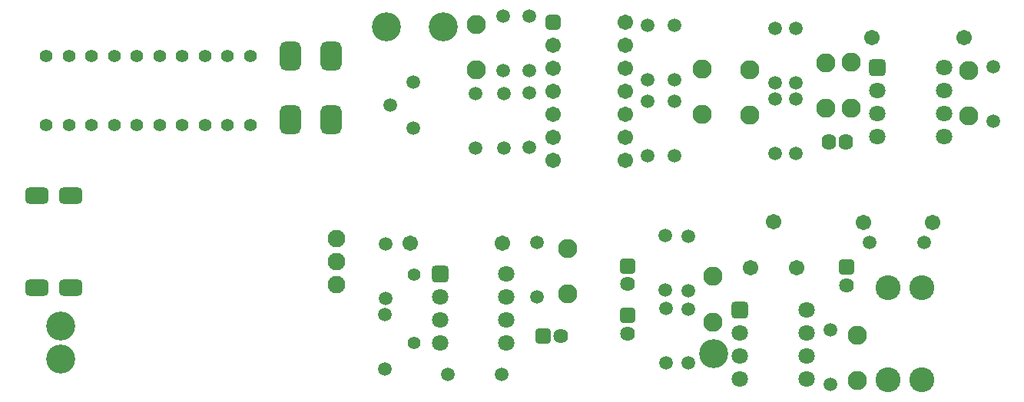
<source format=gbs>
G04*
G04 #@! TF.GenerationSoftware,Altium Limited,Altium Designer,21.4.1 (30)*
G04*
G04 Layer_Color=16711935*
%FSLAX25Y25*%
%MOIN*%
G70*
G04*
G04 #@! TF.SameCoordinates,FC640E17-02D6-4239-B4BA-C34357C3BEDB*
G04*
G04*
G04 #@! TF.FilePolarity,Negative*
G04*
G01*
G75*
%ADD44C,0.05918*%
%ADD45C,0.06706*%
%ADD46O,0.06312X0.07099*%
%ADD47C,0.12611*%
%ADD48C,0.08300*%
G04:AMPARAMS|DCode=49|XSize=70.99mil|YSize=70.99mil|CornerRadius=11.87mil|HoleSize=0mil|Usage=FLASHONLY|Rotation=0.000|XOffset=0mil|YOffset=0mil|HoleType=Round|Shape=RoundedRectangle|*
%AMROUNDEDRECTD49*
21,1,0.07099,0.04724,0,0,0.0*
21,1,0.04724,0.07099,0,0,0.0*
1,1,0.02375,0.02362,-0.02362*
1,1,0.02375,-0.02362,-0.02362*
1,1,0.02375,-0.02362,0.02362*
1,1,0.02375,0.02362,0.02362*
%
%ADD49ROUNDEDRECTD49*%
%ADD50C,0.07099*%
%ADD51C,0.06400*%
G04:AMPARAMS|DCode=52|XSize=64mil|YSize=64mil|CornerRadius=11mil|HoleSize=0mil|Usage=FLASHONLY|Rotation=270.000|XOffset=0mil|YOffset=0mil|HoleType=Round|Shape=RoundedRectangle|*
%AMROUNDEDRECTD52*
21,1,0.06400,0.04200,0,0,270.0*
21,1,0.04200,0.06400,0,0,270.0*
1,1,0.02200,-0.02100,-0.02100*
1,1,0.02200,-0.02100,0.02100*
1,1,0.02200,0.02100,0.02100*
1,1,0.02200,0.02100,-0.02100*
%
%ADD52ROUNDEDRECTD52*%
G04:AMPARAMS|DCode=54|XSize=102.49mil|YSize=70.99mil|CornerRadius=19.75mil|HoleSize=0mil|Usage=FLASHONLY|Rotation=0.000|XOffset=0mil|YOffset=0mil|HoleType=Round|Shape=RoundedRectangle|*
%AMROUNDEDRECTD54*
21,1,0.10249,0.03150,0,0,0.0*
21,1,0.06299,0.07099,0,0,0.0*
1,1,0.03950,0.03150,-0.01575*
1,1,0.03950,-0.03150,-0.01575*
1,1,0.03950,-0.03150,0.01575*
1,1,0.03950,0.03150,0.01575*
%
%ADD54ROUNDEDRECTD54*%
G04:AMPARAMS|DCode=55|XSize=67.06mil|YSize=67.06mil|CornerRadius=18.76mil|HoleSize=0mil|Usage=FLASHONLY|Rotation=0.000|XOffset=0mil|YOffset=0mil|HoleType=Round|Shape=RoundedRectangle|*
%AMROUNDEDRECTD55*
21,1,0.06706,0.02953,0,0,0.0*
21,1,0.02953,0.06706,0,0,0.0*
1,1,0.03753,0.01476,-0.01476*
1,1,0.03753,-0.01476,-0.01476*
1,1,0.03753,-0.01476,0.01476*
1,1,0.03753,0.01476,0.01476*
%
%ADD55ROUNDEDRECTD55*%
%ADD56C,0.05930*%
G04:AMPARAMS|DCode=57|XSize=64mil|YSize=64mil|CornerRadius=11mil|HoleSize=0mil|Usage=FLASHONLY|Rotation=0.000|XOffset=0mil|YOffset=0mil|HoleType=Round|Shape=RoundedRectangle|*
%AMROUNDEDRECTD57*
21,1,0.06400,0.04200,0,0,0.0*
21,1,0.04200,0.06400,0,0,0.0*
1,1,0.02200,0.02100,-0.02100*
1,1,0.02200,-0.02100,-0.02100*
1,1,0.02200,-0.02100,0.02100*
1,1,0.02200,0.02100,0.02100*
%
%ADD57ROUNDEDRECTD57*%
%ADD58C,0.05524*%
G04:AMPARAMS|DCode=59|XSize=126.11mil|YSize=90.68mil|CornerRadius=24.67mil|HoleSize=0mil|Usage=FLASHONLY|Rotation=90.000|XOffset=0mil|YOffset=0mil|HoleType=Round|Shape=RoundedRectangle|*
%AMROUNDEDRECTD59*
21,1,0.12611,0.04134,0,0,90.0*
21,1,0.07677,0.09068,0,0,90.0*
1,1,0.04934,0.02067,0.03839*
1,1,0.04934,0.02067,-0.03839*
1,1,0.04934,-0.02067,-0.03839*
1,1,0.04934,-0.02067,0.03839*
%
%ADD59ROUNDEDRECTD59*%
%ADD60C,0.07690*%
%ADD84C,0.10800*%
D44*
X367689Y71400D02*
D03*
X391311D02*
D03*
X326600Y140589D02*
D03*
Y164211D02*
D03*
X335400Y140589D02*
D03*
Y164211D02*
D03*
Y109989D02*
D03*
Y133611D02*
D03*
X326500D02*
D03*
Y109989D02*
D03*
X421200Y124089D02*
D03*
Y147711D02*
D03*
X288900Y50489D02*
D03*
Y74111D02*
D03*
Y42511D02*
D03*
Y18889D02*
D03*
X279100Y42611D02*
D03*
Y18989D02*
D03*
X278900Y74211D02*
D03*
Y50589D02*
D03*
X350400Y9600D02*
D03*
Y33222D02*
D03*
X220000Y146100D02*
D03*
Y169722D02*
D03*
X209000Y112489D02*
D03*
Y136111D02*
D03*
X208600Y146089D02*
D03*
Y169711D02*
D03*
X196500Y112489D02*
D03*
Y136111D02*
D03*
X282900Y109000D02*
D03*
Y132622D02*
D03*
X271100Y165822D02*
D03*
Y142200D02*
D03*
Y109089D02*
D03*
Y132711D02*
D03*
X282800Y142200D02*
D03*
Y165822D02*
D03*
X219800Y136222D02*
D03*
Y112600D02*
D03*
X184400Y14200D02*
D03*
X208022D02*
D03*
X223100Y71211D02*
D03*
Y47589D02*
D03*
X157200Y39911D02*
D03*
Y16289D02*
D03*
X157400Y70711D02*
D03*
Y47089D02*
D03*
D45*
X394959Y80100D02*
D03*
X364841D02*
D03*
X368500Y160500D02*
D03*
X408500D02*
D03*
X316000Y60500D02*
D03*
X326000Y80500D02*
D03*
X336000Y60500D02*
D03*
X261400Y167000D02*
D03*
Y157000D02*
D03*
Y147000D02*
D03*
Y137000D02*
D03*
Y127000D02*
D03*
Y117000D02*
D03*
Y107000D02*
D03*
X230140D02*
D03*
Y117000D02*
D03*
Y127000D02*
D03*
Y137000D02*
D03*
Y147000D02*
D03*
Y157000D02*
D03*
X168300Y71100D02*
D03*
X208300D02*
D03*
D46*
X357340Y114906D02*
D03*
X349860D02*
D03*
D47*
X182500Y165100D02*
D03*
X157900Y165000D02*
D03*
X299800Y23200D02*
D03*
X16600Y35100D02*
D03*
Y20600D02*
D03*
D48*
X348500Y129800D02*
D03*
Y149485D02*
D03*
X359600Y129858D02*
D03*
Y149542D02*
D03*
X315500Y146343D02*
D03*
Y126657D02*
D03*
X410400Y126357D02*
D03*
Y146043D02*
D03*
X299500Y36858D02*
D03*
Y56542D02*
D03*
X362300Y11457D02*
D03*
Y31143D02*
D03*
X197000Y146458D02*
D03*
Y166142D02*
D03*
X294800Y146642D02*
D03*
Y126957D02*
D03*
X236400Y68642D02*
D03*
Y48957D02*
D03*
D49*
X371000Y147500D02*
D03*
X311300Y42000D02*
D03*
X181100Y57600D02*
D03*
D50*
X371000Y137500D02*
D03*
Y127500D02*
D03*
Y117500D02*
D03*
X399800D02*
D03*
Y127500D02*
D03*
Y137500D02*
D03*
Y147500D02*
D03*
X311300Y32000D02*
D03*
Y22000D02*
D03*
Y12000D02*
D03*
X340100D02*
D03*
Y22000D02*
D03*
Y32000D02*
D03*
Y42000D02*
D03*
X181100Y47600D02*
D03*
Y37600D02*
D03*
Y27600D02*
D03*
X209900D02*
D03*
Y37600D02*
D03*
Y47600D02*
D03*
Y57600D02*
D03*
D51*
X357400Y52700D02*
D03*
X262600Y53300D02*
D03*
Y31663D02*
D03*
X233637Y30800D02*
D03*
D52*
X357400Y60574D02*
D03*
X262600Y61174D02*
D03*
Y39537D02*
D03*
D54*
X6152Y91838D02*
D03*
Y51680D02*
D03*
X20719D02*
D03*
Y91838D02*
D03*
D55*
X230140Y167000D02*
D03*
D56*
X169700Y141000D02*
D03*
X159700Y131000D02*
D03*
X169700Y121000D02*
D03*
D57*
X225763Y30800D02*
D03*
D58*
X169800Y27772D02*
D03*
Y57300D02*
D03*
X49643Y152300D02*
D03*
X59485D02*
D03*
X69328D02*
D03*
X79170D02*
D03*
X89013D02*
D03*
X98855D02*
D03*
X29958D02*
D03*
X39800D02*
D03*
X10272D02*
D03*
X20115D02*
D03*
X59485Y122300D02*
D03*
X49643D02*
D03*
X39800D02*
D03*
X29958D02*
D03*
X20115D02*
D03*
X10272D02*
D03*
X79170D02*
D03*
X69328D02*
D03*
X98855D02*
D03*
X89013D02*
D03*
D59*
X116142Y152380D02*
D03*
X133858D02*
D03*
X116142Y124820D02*
D03*
X133858D02*
D03*
D60*
X136200Y53000D02*
D03*
Y63000D02*
D03*
Y73000D02*
D03*
D84*
X390100Y11700D02*
D03*
Y51700D02*
D03*
X375700Y51600D02*
D03*
Y11600D02*
D03*
M02*

</source>
